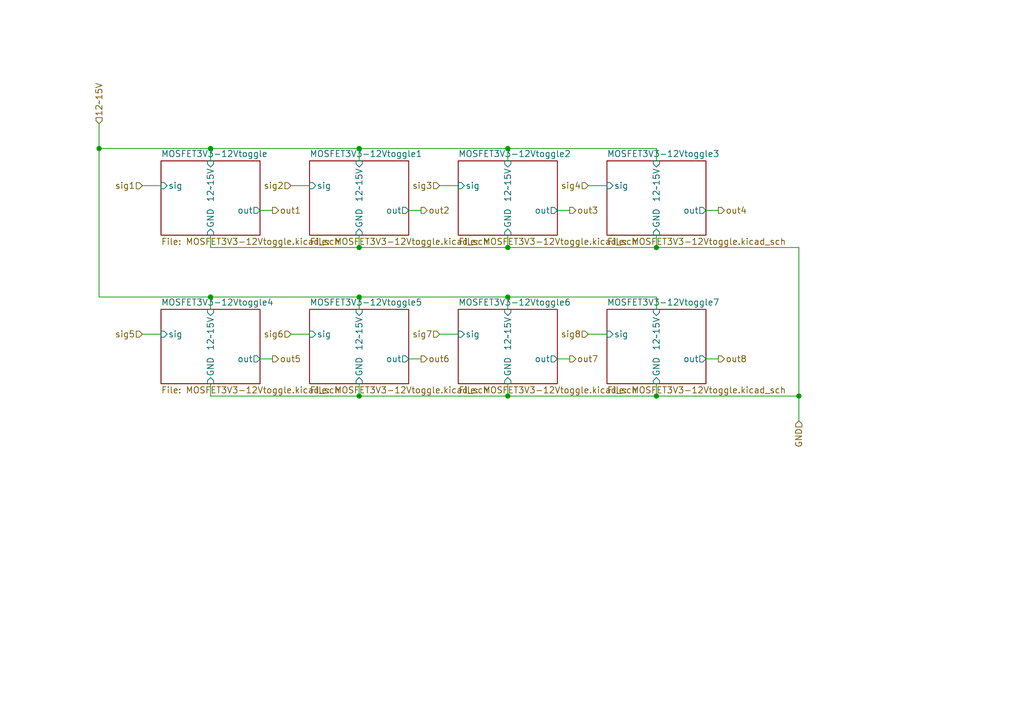
<source format=kicad_sch>
(kicad_sch
	(version 20250114)
	(generator "eeschema")
	(generator_version "9.0")
	(uuid "9eef862a-444f-4dbc-8d80-ce66d289ff4a")
	(paper "A5")
	(lib_symbols)
	(junction
		(at 73.66 81.28)
		(diameter 0)
		(color 0 0 0 0)
		(uuid "1936b67b-2308-471c-a032-bf99f28c62ad")
	)
	(junction
		(at 104.14 50.8)
		(diameter 0)
		(color 0 0 0 0)
		(uuid "1b5f6abd-f71d-40c8-a18a-3d06ff4afd53")
	)
	(junction
		(at 104.14 30.48)
		(diameter 0)
		(color 0 0 0 0)
		(uuid "2627ab99-c5a5-4ab7-8edd-5c97d614bfbc")
	)
	(junction
		(at 43.18 30.48)
		(diameter 0)
		(color 0 0 0 0)
		(uuid "387c610d-31b2-4e91-9699-4c7c4da80501")
	)
	(junction
		(at 134.62 81.28)
		(diameter 0)
		(color 0 0 0 0)
		(uuid "63f7ce11-7d84-49d1-9174-2641d33c0931")
	)
	(junction
		(at 104.14 81.28)
		(diameter 0)
		(color 0 0 0 0)
		(uuid "64f43766-5ed8-40a0-ad1d-def75b9a758b")
	)
	(junction
		(at 73.66 50.8)
		(diameter 0)
		(color 0 0 0 0)
		(uuid "6622d383-ca36-4b6b-addb-aa01bc0794c3")
	)
	(junction
		(at 43.18 60.96)
		(diameter 0)
		(color 0 0 0 0)
		(uuid "759973f7-5c00-4bea-a437-9c78e6a42661")
	)
	(junction
		(at 134.62 50.8)
		(diameter 0)
		(color 0 0 0 0)
		(uuid "83d14210-c7bf-4da6-ab2b-e47cdb4671b5")
	)
	(junction
		(at 73.66 60.96)
		(diameter 0)
		(color 0 0 0 0)
		(uuid "995320b4-9ff9-4451-99f6-09d5fa6c8972")
	)
	(junction
		(at 104.14 60.96)
		(diameter 0)
		(color 0 0 0 0)
		(uuid "a7cff0e3-814c-4345-b0b9-e1b76dd34f3b")
	)
	(junction
		(at 163.83 81.28)
		(diameter 0)
		(color 0 0 0 0)
		(uuid "c48e2463-4854-4b48-9849-8f28566f439e")
	)
	(junction
		(at 20.32 30.48)
		(diameter 0)
		(color 0 0 0 0)
		(uuid "d70dc51e-0cb8-45b6-86c3-daa82fd6f231")
	)
	(junction
		(at 73.66 30.48)
		(diameter 0)
		(color 0 0 0 0)
		(uuid "d8ad86e2-fadb-4f58-9d11-8f5b6bd46b48")
	)
	(wire
		(pts
			(xy 43.18 48.26) (xy 43.18 50.8)
		)
		(stroke
			(width 0)
			(type default)
		)
		(uuid "05643cbd-e169-46e5-88be-fe664c94c7c7")
	)
	(wire
		(pts
			(xy 43.18 30.48) (xy 43.18 33.02)
		)
		(stroke
			(width 0)
			(type default)
		)
		(uuid "06f63556-65b7-4197-b086-fe6b14aba1d2")
	)
	(wire
		(pts
			(xy 73.66 30.48) (xy 104.14 30.48)
		)
		(stroke
			(width 0)
			(type default)
		)
		(uuid "0caaa65a-f96b-4838-95be-15a16c5a65e7")
	)
	(wire
		(pts
			(xy 20.32 60.96) (xy 43.18 60.96)
		)
		(stroke
			(width 0)
			(type default)
		)
		(uuid "0dfcb803-d163-47ca-b0a1-4288921e06fa")
	)
	(wire
		(pts
			(xy 104.14 50.8) (xy 134.62 50.8)
		)
		(stroke
			(width 0)
			(type default)
		)
		(uuid "0ede1484-9fd7-430c-8bf1-27232b90c571")
	)
	(wire
		(pts
			(xy 43.18 60.96) (xy 73.66 60.96)
		)
		(stroke
			(width 0)
			(type default)
		)
		(uuid "1a421c4b-2c82-435b-bb7b-583dbbaf5428")
	)
	(wire
		(pts
			(xy 116.84 43.18) (xy 114.3 43.18)
		)
		(stroke
			(width 0)
			(type default)
		)
		(uuid "1a614878-a923-4863-82ed-943e6fbc214f")
	)
	(wire
		(pts
			(xy 134.62 78.74) (xy 134.62 81.28)
		)
		(stroke
			(width 0)
			(type default)
		)
		(uuid "1e08edf9-ca22-45d5-9bde-3c7034fb4cbf")
	)
	(wire
		(pts
			(xy 134.62 30.48) (xy 134.62 33.02)
		)
		(stroke
			(width 0)
			(type default)
		)
		(uuid "1fa0c3e8-b090-496a-907a-14c93efef9a9")
	)
	(wire
		(pts
			(xy 29.21 38.1) (xy 33.02 38.1)
		)
		(stroke
			(width 0)
			(type default)
		)
		(uuid "2a44de68-eb61-4fcc-a1db-3a4c61c90694")
	)
	(wire
		(pts
			(xy 43.18 78.74) (xy 43.18 81.28)
		)
		(stroke
			(width 0)
			(type default)
		)
		(uuid "38b1f951-c0c3-4771-8af2-f3f88d8772b5")
	)
	(wire
		(pts
			(xy 120.65 38.1) (xy 124.46 38.1)
		)
		(stroke
			(width 0)
			(type default)
		)
		(uuid "3bc384de-710c-4e6d-99fa-c76dfc440429")
	)
	(wire
		(pts
			(xy 29.21 68.58) (xy 33.02 68.58)
		)
		(stroke
			(width 0)
			(type default)
		)
		(uuid "40607acb-a498-4488-84fd-647a961d1630")
	)
	(wire
		(pts
			(xy 20.32 25.4) (xy 20.32 30.48)
		)
		(stroke
			(width 0)
			(type default)
		)
		(uuid "479ed56c-e088-4084-92bc-d351b7f933b5")
	)
	(wire
		(pts
			(xy 147.32 73.66) (xy 144.78 73.66)
		)
		(stroke
			(width 0)
			(type default)
		)
		(uuid "4cea8b4f-70f4-4c87-9ccb-d1da66c3dc04")
	)
	(wire
		(pts
			(xy 43.18 30.48) (xy 73.66 30.48)
		)
		(stroke
			(width 0)
			(type default)
		)
		(uuid "58b817ea-33cb-44e4-87d9-40bb798bfd39")
	)
	(wire
		(pts
			(xy 86.36 43.18) (xy 83.82 43.18)
		)
		(stroke
			(width 0)
			(type default)
		)
		(uuid "60819b67-e680-438f-be63-97d9b9bdc62a")
	)
	(wire
		(pts
			(xy 163.83 50.8) (xy 134.62 50.8)
		)
		(stroke
			(width 0)
			(type default)
		)
		(uuid "61530c21-bb8d-4c35-9ff5-ec0a38a9e8dc")
	)
	(wire
		(pts
			(xy 73.66 60.96) (xy 73.66 63.5)
		)
		(stroke
			(width 0)
			(type default)
		)
		(uuid "6498708e-971f-4fa3-9814-a5df650697e9")
	)
	(wire
		(pts
			(xy 163.83 81.28) (xy 163.83 86.36)
		)
		(stroke
			(width 0)
			(type default)
		)
		(uuid "661af70c-6155-4448-a0c4-fa8a96bab1d0")
	)
	(wire
		(pts
			(xy 20.32 30.48) (xy 43.18 30.48)
		)
		(stroke
			(width 0)
			(type default)
		)
		(uuid "703ad210-8172-4800-8429-20f7c502088c")
	)
	(wire
		(pts
			(xy 163.83 50.8) (xy 163.83 81.28)
		)
		(stroke
			(width 0)
			(type default)
		)
		(uuid "7326c6a7-ef06-4f9f-99a8-b3d4659abcd9")
	)
	(wire
		(pts
			(xy 73.66 81.28) (xy 73.66 78.74)
		)
		(stroke
			(width 0)
			(type default)
		)
		(uuid "74e002e2-a596-4056-8ee1-34c136ae43bf")
	)
	(wire
		(pts
			(xy 59.69 68.58) (xy 63.5 68.58)
		)
		(stroke
			(width 0)
			(type default)
		)
		(uuid "7d6f330e-1fdc-4752-947c-73142b4ab990")
	)
	(wire
		(pts
			(xy 104.14 81.28) (xy 104.14 78.74)
		)
		(stroke
			(width 0)
			(type default)
		)
		(uuid "8bd9219e-ec3b-49ce-b7f5-92026de67772")
	)
	(wire
		(pts
			(xy 90.17 68.58) (xy 93.98 68.58)
		)
		(stroke
			(width 0)
			(type default)
		)
		(uuid "8e30db44-a39b-4085-828b-7a2c27647c64")
	)
	(wire
		(pts
			(xy 104.14 81.28) (xy 134.62 81.28)
		)
		(stroke
			(width 0)
			(type default)
		)
		(uuid "9249efbc-855e-4c02-8441-cfc87b32f993")
	)
	(wire
		(pts
			(xy 73.66 81.28) (xy 104.14 81.28)
		)
		(stroke
			(width 0)
			(type default)
		)
		(uuid "a07818aa-6d36-4bb5-927c-a1c21a1bc05f")
	)
	(wire
		(pts
			(xy 59.69 38.1) (xy 63.5 38.1)
		)
		(stroke
			(width 0)
			(type default)
		)
		(uuid "a1fc84b0-a1d0-44da-8502-a28720727aad")
	)
	(wire
		(pts
			(xy 134.62 48.26) (xy 134.62 50.8)
		)
		(stroke
			(width 0)
			(type default)
		)
		(uuid "a554a86a-be99-4129-a3d6-b785db11621d")
	)
	(wire
		(pts
			(xy 104.14 30.48) (xy 104.14 33.02)
		)
		(stroke
			(width 0)
			(type default)
		)
		(uuid "afd71910-d483-48ea-b75c-cc57b6b50149")
	)
	(wire
		(pts
			(xy 86.36 73.66) (xy 83.82 73.66)
		)
		(stroke
			(width 0)
			(type default)
		)
		(uuid "b42d1ceb-04e8-4488-a705-460e317efe36")
	)
	(wire
		(pts
			(xy 55.88 73.66) (xy 53.34 73.66)
		)
		(stroke
			(width 0)
			(type default)
		)
		(uuid "b5db9fca-da5d-416d-af6e-52153dfeed86")
	)
	(wire
		(pts
			(xy 73.66 50.8) (xy 73.66 48.26)
		)
		(stroke
			(width 0)
			(type default)
		)
		(uuid "bc2b44dc-d2fb-408d-a352-ea754fe404d1")
	)
	(wire
		(pts
			(xy 104.14 30.48) (xy 134.62 30.48)
		)
		(stroke
			(width 0)
			(type default)
		)
		(uuid "c22d92fe-aa53-4835-9c13-6630977799ee")
	)
	(wire
		(pts
			(xy 90.17 38.1) (xy 93.98 38.1)
		)
		(stroke
			(width 0)
			(type default)
		)
		(uuid "c8058a69-5936-479c-a7de-d4102d052d57")
	)
	(wire
		(pts
			(xy 20.32 30.48) (xy 20.32 60.96)
		)
		(stroke
			(width 0)
			(type default)
		)
		(uuid "ca543f2d-97d9-43a6-b17b-4a941727d138")
	)
	(wire
		(pts
			(xy 73.66 30.48) (xy 73.66 33.02)
		)
		(stroke
			(width 0)
			(type default)
		)
		(uuid "cc999d67-8172-4b71-9501-7d6b90baf891")
	)
	(wire
		(pts
			(xy 73.66 60.96) (xy 104.14 60.96)
		)
		(stroke
			(width 0)
			(type default)
		)
		(uuid "ccfe9ed1-ac24-4815-8ced-3acf06dec351")
	)
	(wire
		(pts
			(xy 55.88 43.18) (xy 53.34 43.18)
		)
		(stroke
			(width 0)
			(type default)
		)
		(uuid "cd15f79e-6931-43cf-9d42-af8862decadb")
	)
	(wire
		(pts
			(xy 116.84 73.66) (xy 114.3 73.66)
		)
		(stroke
			(width 0)
			(type default)
		)
		(uuid "ce3963f6-530f-4539-ba69-1311f0c657da")
	)
	(wire
		(pts
			(xy 73.66 50.8) (xy 104.14 50.8)
		)
		(stroke
			(width 0)
			(type default)
		)
		(uuid "dbe7abd6-c25d-4d7f-996e-8e703aeb233b")
	)
	(wire
		(pts
			(xy 147.32 43.18) (xy 144.78 43.18)
		)
		(stroke
			(width 0)
			(type default)
		)
		(uuid "ddacc20c-0781-4fe1-b98e-03d6626ec965")
	)
	(wire
		(pts
			(xy 134.62 81.28) (xy 163.83 81.28)
		)
		(stroke
			(width 0)
			(type default)
		)
		(uuid "e00a019f-95c0-4c52-90a7-3df07ef2a278")
	)
	(wire
		(pts
			(xy 43.18 81.28) (xy 73.66 81.28)
		)
		(stroke
			(width 0)
			(type default)
		)
		(uuid "e5b1356f-d28e-4d62-8edc-f03a998f6efb")
	)
	(wire
		(pts
			(xy 73.66 50.8) (xy 43.18 50.8)
		)
		(stroke
			(width 0)
			(type default)
		)
		(uuid "e9cb150d-5709-4694-8464-0478ce21fb56")
	)
	(wire
		(pts
			(xy 43.18 60.96) (xy 43.18 63.5)
		)
		(stroke
			(width 0)
			(type default)
		)
		(uuid "e9ccaff4-94f5-4a6c-ba31-c2ade8863035")
	)
	(wire
		(pts
			(xy 104.14 60.96) (xy 134.62 60.96)
		)
		(stroke
			(width 0)
			(type default)
		)
		(uuid "ede742be-0011-4caf-847a-899bde95c394")
	)
	(wire
		(pts
			(xy 134.62 60.96) (xy 134.62 63.5)
		)
		(stroke
			(width 0)
			(type default)
		)
		(uuid "f2a8f73d-81af-4a4c-98c8-eafd01d82804")
	)
	(wire
		(pts
			(xy 104.14 60.96) (xy 104.14 63.5)
		)
		(stroke
			(width 0)
			(type default)
		)
		(uuid "f52f7121-d1f3-474c-ba7e-2f7a1d98fc65")
	)
	(wire
		(pts
			(xy 104.14 50.8) (xy 104.14 48.26)
		)
		(stroke
			(width 0)
			(type default)
		)
		(uuid "f6148c93-9ade-4867-bf76-57c35ebb6bc2")
	)
	(wire
		(pts
			(xy 120.65 68.58) (xy 124.46 68.58)
		)
		(stroke
			(width 0)
			(type default)
		)
		(uuid "ffbc5f91-31cf-48d0-bf2e-61a04d8f3fb8")
	)
	(hierarchical_label "sig2"
		(shape input)
		(at 59.69 38.1 180)
		(effects
			(font
				(size 1.27 1.27)
			)
			(justify right)
		)
		(uuid "0b937c4b-e7d5-4176-9bc5-a70e77577d4c")
	)
	(hierarchical_label "12~15V"
		(shape input)
		(at 20.32 25.4 90)
		(effects
			(font
				(size 1.27 1.27)
			)
			(justify left)
		)
		(uuid "0c556e98-1424-46e8-a600-6c0969d10677")
	)
	(hierarchical_label "out4"
		(shape output)
		(at 147.32 43.18 0)
		(effects
			(font
				(size 1.27 1.27)
			)
			(justify left)
		)
		(uuid "0e1b335f-7436-4f64-a5f4-e0c3c6e4850d")
	)
	(hierarchical_label "sig1"
		(shape input)
		(at 29.21 38.1 180)
		(effects
			(font
				(size 1.27 1.27)
			)
			(justify right)
		)
		(uuid "2532920e-2f04-4940-93e4-5291a924001b")
	)
	(hierarchical_label "out2"
		(shape output)
		(at 86.36 43.18 0)
		(effects
			(font
				(size 1.27 1.27)
			)
			(justify left)
		)
		(uuid "4bc88e83-6e66-4a65-9d94-e6e1cd325715")
	)
	(hierarchical_label "sig3"
		(shape input)
		(at 90.17 38.1 180)
		(effects
			(font
				(size 1.27 1.27)
			)
			(justify right)
		)
		(uuid "532ea479-0c1e-40da-b10c-8b730c873c8e")
	)
	(hierarchical_label "sig6"
		(shape input)
		(at 59.69 68.58 180)
		(effects
			(font
				(size 1.27 1.27)
			)
			(justify right)
		)
		(uuid "5f5e0838-21ed-47e0-bf5b-75d190386b19")
	)
	(hierarchical_label "GND"
		(shape input)
		(at 163.83 86.36 270)
		(effects
			(font
				(size 1.27 1.27)
			)
			(justify right)
		)
		(uuid "6acfe502-52cb-4222-a91e-333d97149f84")
	)
	(hierarchical_label "sig7"
		(shape input)
		(at 90.17 68.58 180)
		(effects
			(font
				(size 1.27 1.27)
			)
			(justify right)
		)
		(uuid "6bcd2425-4b90-4081-bc8a-bba5398be913")
	)
	(hierarchical_label "sig8"
		(shape input)
		(at 120.65 68.58 180)
		(effects
			(font
				(size 1.27 1.27)
			)
			(justify right)
		)
		(uuid "7492f932-77c3-46d2-82d6-20174141408e")
	)
	(hierarchical_label "out7"
		(shape output)
		(at 116.84 73.66 0)
		(effects
			(font
				(size 1.27 1.27)
			)
			(justify left)
		)
		(uuid "77412f2a-14cc-48eb-b79a-f5a6fb48f2d9")
	)
	(hierarchical_label "sig5"
		(shape input)
		(at 29.21 68.58 180)
		(effects
			(font
				(size 1.27 1.27)
			)
			(justify right)
		)
		(uuid "838dcd32-55d7-4d56-a299-b0e6f9a9cf67")
	)
	(hierarchical_label "out3"
		(shape output)
		(at 116.84 43.18 0)
		(effects
			(font
				(size 1.27 1.27)
			)
			(justify left)
		)
		(uuid "8f2c6777-238c-45ab-88af-368fa11abb9f")
	)
	(hierarchical_label "out6"
		(shape output)
		(at 86.36 73.66 0)
		(effects
			(font
				(size 1.27 1.27)
			)
			(justify left)
		)
		(uuid "92d9df6f-d55f-4c39-a55d-9e6039e9adbf")
	)
	(hierarchical_label "out5"
		(shape output)
		(at 55.88 73.66 0)
		(effects
			(font
				(size 1.27 1.27)
			)
			(justify left)
		)
		(uuid "b30c004d-929f-4743-be84-4c4d07fdc0c9")
	)
	(hierarchical_label "out1"
		(shape output)
		(at 55.88 43.18 0)
		(effects
			(font
				(size 1.27 1.27)
			)
			(justify left)
		)
		(uuid "c63b33a6-eb06-4867-b21d-13ac14286449")
	)
	(hierarchical_label "out8"
		(shape output)
		(at 147.32 73.66 0)
		(effects
			(font
				(size 1.27 1.27)
			)
			(justify left)
		)
		(uuid "d5911357-53ed-4af3-99a5-89f8e47889cf")
	)
	(hierarchical_label "sig4"
		(shape input)
		(at 120.65 38.1 180)
		(effects
			(font
				(size 1.27 1.27)
			)
			(justify right)
		)
		(uuid "df1c351f-5f8b-47a2-a8ea-3a8630a721d0")
	)
	(sheet
		(at 93.98 63.5)
		(size 20.32 15.24)
		(exclude_from_sim no)
		(in_bom yes)
		(on_board yes)
		(dnp no)
		(fields_autoplaced yes)
		(stroke
			(width 0.1524)
			(type solid)
		)
		(fill
			(color 0 0 0 0.0000)
		)
		(uuid "23ef2589-fd14-4891-8781-15eab96504bf")
		(property "Sheetname" "MOSFET3V3-12Vtoggle6"
			(at 93.98 62.7884 0)
			(effects
				(font
					(size 1.27 1.27)
				)
				(justify left bottom)
			)
		)
		(property "Sheetfile" "MOSFET3V3-12Vtoggle.kicad_sch"
			(at 93.98 79.3246 0)
			(effects
				(font
					(size 1.27 1.27)
				)
				(justify left top)
			)
		)
		(pin "12~15V" input
			(at 104.14 63.5 90)
			(uuid "b26ea751-65e0-4578-8d77-4ff70685931d")
			(effects
				(font
					(size 1.27 1.27)
				)
				(justify right)
			)
		)
		(pin "out" output
			(at 114.3 73.66 0)
			(uuid "8968ff1e-8fb0-4b33-beeb-0a083dd81ed9")
			(effects
				(font
					(size 1.27 1.27)
				)
				(justify right)
			)
		)
		(pin "sig" input
			(at 93.98 68.58 180)
			(uuid "c1605b0a-8553-46f6-a18b-d49dca78dda0")
			(effects
				(font
					(size 1.27 1.27)
				)
				(justify left)
			)
		)
		(pin "GND" input
			(at 104.14 78.74 270)
			(uuid "3026ffcf-09b1-4f95-a11c-484e7aa32331")
			(effects
				(font
					(size 1.27 1.27)
				)
				(justify left)
			)
		)
		(instances
			(project "DigitalWiFiClock"
				(path "/b3bafb94-2eb7-484c-9ca5-51c3e489edfe/eb9cee19-6136-4366-a331-5a697b75b6f3"
					(page "19")
				)
				(path "/b3bafb94-2eb7-484c-9ca5-51c3e489edfe/ad953d8d-289c-4c75-9d5b-19e4ea20be5a"
					(page "28")
				)
			)
		)
	)
	(sheet
		(at 33.02 33.02)
		(size 20.32 15.24)
		(exclude_from_sim no)
		(in_bom yes)
		(on_board yes)
		(dnp no)
		(fields_autoplaced yes)
		(stroke
			(width 0.1524)
			(type solid)
		)
		(fill
			(color 0 0 0 0.0000)
		)
		(uuid "372aff7d-81c7-4683-a2ac-fdfd3376a7f3")
		(property "Sheetname" "MOSFET3V3-12Vtoggle"
			(at 33.02 32.3084 0)
			(effects
				(font
					(size 1.27 1.27)
				)
				(justify left bottom)
			)
		)
		(property "Sheetfile" "MOSFET3V3-12Vtoggle.kicad_sch"
			(at 33.02 48.8446 0)
			(effects
				(font
					(size 1.27 1.27)
				)
				(justify left top)
			)
		)
		(pin "12~15V" input
			(at 43.18 33.02 90)
			(uuid "57619552-7cee-47f6-afa8-65487a2c78fc")
			(effects
				(font
					(size 1.27 1.27)
				)
				(justify right)
			)
		)
		(pin "out" output
			(at 53.34 43.18 0)
			(uuid "6b35b281-3141-4073-9415-28ed4e9cc4f4")
			(effects
				(font
					(size 1.27 1.27)
				)
				(justify right)
			)
		)
		(pin "sig" input
			(at 33.02 38.1 180)
			(uuid "939a880f-9789-4ee7-a26f-2174359e3cda")
			(effects
				(font
					(size 1.27 1.27)
				)
				(justify left)
			)
		)
		(pin "GND" input
			(at 43.18 48.26 270)
			(uuid "1c43de31-aabb-411d-80aa-90bd1cda19ad")
			(effects
				(font
					(size 1.27 1.27)
				)
				(justify left)
			)
		)
		(instances
			(project "DigitalWiFiClock"
				(path "/b3bafb94-2eb7-484c-9ca5-51c3e489edfe/eb9cee19-6136-4366-a331-5a697b75b6f3"
					(page "13")
				)
				(path "/b3bafb94-2eb7-484c-9ca5-51c3e489edfe/ad953d8d-289c-4c75-9d5b-19e4ea20be5a"
					(page "22")
				)
			)
		)
	)
	(sheet
		(at 93.98 33.02)
		(size 20.32 15.24)
		(exclude_from_sim no)
		(in_bom yes)
		(on_board yes)
		(dnp no)
		(fields_autoplaced yes)
		(stroke
			(width 0.1524)
			(type solid)
		)
		(fill
			(color 0 0 0 0.0000)
		)
		(uuid "3cadf683-0501-40b3-b5cc-f76f306c5ee1")
		(property "Sheetname" "MOSFET3V3-12Vtoggle2"
			(at 93.98 32.3084 0)
			(effects
				(font
					(size 1.27 1.27)
				)
				(justify left bottom)
			)
		)
		(property "Sheetfile" "MOSFET3V3-12Vtoggle.kicad_sch"
			(at 93.98 48.8446 0)
			(effects
				(font
					(size 1.27 1.27)
				)
				(justify left top)
			)
		)
		(pin "12~15V" input
			(at 104.14 33.02 90)
			(uuid "da3ed1e9-8c4a-4134-a548-aabb9c1d8f40")
			(effects
				(font
					(size 1.27 1.27)
				)
				(justify right)
			)
		)
		(pin "out" output
			(at 114.3 43.18 0)
			(uuid "4e8b07c7-3e53-4952-b603-4b7cc1bb8329")
			(effects
				(font
					(size 1.27 1.27)
				)
				(justify right)
			)
		)
		(pin "sig" input
			(at 93.98 38.1 180)
			(uuid "36a992a2-b4cb-405a-95e6-da84ad9e9281")
			(effects
				(font
					(size 1.27 1.27)
				)
				(justify left)
			)
		)
		(pin "GND" input
			(at 104.14 48.26 270)
			(uuid "f552dac0-243d-4d81-96e7-299dbdf20656")
			(effects
				(font
					(size 1.27 1.27)
				)
				(justify left)
			)
		)
		(instances
			(project "DigitalWiFiClock"
				(path "/b3bafb94-2eb7-484c-9ca5-51c3e489edfe/eb9cee19-6136-4366-a331-5a697b75b6f3"
					(page "16")
				)
				(path "/b3bafb94-2eb7-484c-9ca5-51c3e489edfe/ad953d8d-289c-4c75-9d5b-19e4ea20be5a"
					(page "26")
				)
			)
		)
	)
	(sheet
		(at 124.46 33.02)
		(size 20.32 15.24)
		(exclude_from_sim no)
		(in_bom yes)
		(on_board yes)
		(dnp no)
		(fields_autoplaced yes)
		(stroke
			(width 0.1524)
			(type solid)
		)
		(fill
			(color 0 0 0 0.0000)
		)
		(uuid "45465640-6b72-4167-baa6-faa528b0c762")
		(property "Sheetname" "MOSFET3V3-12Vtoggle3"
			(at 124.46 32.3084 0)
			(effects
				(font
					(size 1.27 1.27)
				)
				(justify left bottom)
			)
		)
		(property "Sheetfile" "MOSFET3V3-12Vtoggle.kicad_sch"
			(at 124.46 48.8446 0)
			(effects
				(font
					(size 1.27 1.27)
				)
				(justify left top)
			)
		)
		(pin "12~15V" input
			(at 134.62 33.02 90)
			(uuid "3054d75b-4230-4b93-b2bb-46e0ec4f54fa")
			(effects
				(font
					(size 1.27 1.27)
				)
				(justify right)
			)
		)
		(pin "out" output
			(at 144.78 43.18 0)
			(uuid "3bea4e5b-5438-4794-b429-4c36ac51d940")
			(effects
				(font
					(size 1.27 1.27)
				)
				(justify right)
			)
		)
		(pin "sig" input
			(at 124.46 38.1 180)
			(uuid "e5cbfe72-e1f2-4359-a5c1-bcd6504a26ac")
			(effects
				(font
					(size 1.27 1.27)
				)
				(justify left)
			)
		)
		(pin "GND" input
			(at 134.62 48.26 270)
			(uuid "0690c8f1-b256-4572-a495-097e13505cad")
			(effects
				(font
					(size 1.27 1.27)
				)
				(justify left)
			)
		)
		(instances
			(project "DigitalWiFiClock"
				(path "/b3bafb94-2eb7-484c-9ca5-51c3e489edfe/eb9cee19-6136-4366-a331-5a697b75b6f3"
					(page "17")
				)
				(path "/b3bafb94-2eb7-484c-9ca5-51c3e489edfe/ad953d8d-289c-4c75-9d5b-19e4ea20be5a"
					(page "27")
				)
			)
		)
	)
	(sheet
		(at 63.5 33.02)
		(size 20.32 15.24)
		(exclude_from_sim no)
		(in_bom yes)
		(on_board yes)
		(dnp no)
		(fields_autoplaced yes)
		(stroke
			(width 0.1524)
			(type solid)
		)
		(fill
			(color 0 0 0 0.0000)
		)
		(uuid "7ec6a942-2ed5-41c7-b4db-6bc2ee8f91c6")
		(property "Sheetname" "MOSFET3V3-12Vtoggle1"
			(at 63.5 32.3084 0)
			(effects
				(font
					(size 1.27 1.27)
				)
				(justify left bottom)
			)
		)
		(property "Sheetfile" "MOSFET3V3-12Vtoggle.kicad_sch"
			(at 63.5 48.8446 0)
			(effects
				(font
					(size 1.27 1.27)
				)
				(justify left top)
			)
		)
		(pin "12~15V" input
			(at 73.66 33.02 90)
			(uuid "3937a9d9-8aaa-4dea-9b39-7916d7984158")
			(effects
				(font
					(size 1.27 1.27)
				)
				(justify right)
			)
		)
		(pin "out" output
			(at 83.82 43.18 0)
			(uuid "582c5eed-bcca-4b97-bfd1-43be03a1ed8b")
			(effects
				(font
					(size 1.27 1.27)
				)
				(justify right)
			)
		)
		(pin "sig" input
			(at 63.5 38.1 180)
			(uuid "5eccbb1b-5c9a-40f9-ac9b-76b953661a53")
			(effects
				(font
					(size 1.27 1.27)
				)
				(justify left)
			)
		)
		(pin "GND" input
			(at 73.66 48.26 270)
			(uuid "d96c85a4-3ffb-4c7d-b91c-e02bbf62e6da")
			(effects
				(font
					(size 1.27 1.27)
				)
				(justify left)
			)
		)
		(instances
			(project "DigitalWiFiClock"
				(path "/b3bafb94-2eb7-484c-9ca5-51c3e489edfe/eb9cee19-6136-4366-a331-5a697b75b6f3"
					(page "14")
				)
				(path "/b3bafb94-2eb7-484c-9ca5-51c3e489edfe/ad953d8d-289c-4c75-9d5b-19e4ea20be5a"
					(page "24")
				)
			)
		)
	)
	(sheet
		(at 124.46 63.5)
		(size 20.32 15.24)
		(exclude_from_sim no)
		(in_bom yes)
		(on_board yes)
		(dnp no)
		(fields_autoplaced yes)
		(stroke
			(width 0.1524)
			(type solid)
		)
		(fill
			(color 0 0 0 0.0000)
		)
		(uuid "8cfb95cd-7e1e-4fa2-8d89-a35d04d7a686")
		(property "Sheetname" "MOSFET3V3-12Vtoggle7"
			(at 124.46 62.7884 0)
			(effects
				(font
					(size 1.27 1.27)
				)
				(justify left bottom)
			)
		)
		(property "Sheetfile" "MOSFET3V3-12Vtoggle.kicad_sch"
			(at 124.46 79.3246 0)
			(effects
				(font
					(size 1.27 1.27)
				)
				(justify left top)
			)
		)
		(pin "12~15V" input
			(at 134.62 63.5 90)
			(uuid "fc987e17-9551-4394-a268-f6e33f18fd95")
			(effects
				(font
					(size 1.27 1.27)
				)
				(justify right)
			)
		)
		(pin "out" output
			(at 144.78 73.66 0)
			(uuid "0eb300eb-b115-41e3-8f04-ce73048216f6")
			(effects
				(font
					(size 1.27 1.27)
				)
				(justify right)
			)
		)
		(pin "sig" input
			(at 124.46 68.58 180)
			(uuid "32c79a8c-f3f2-4fb3-962d-4c8adbc9d095")
			(effects
				(font
					(size 1.27 1.27)
				)
				(justify left)
			)
		)
		(pin "GND" input
			(at 134.62 78.74 270)
			(uuid "71edc162-7d50-4da8-93af-81b489c9df50")
			(effects
				(font
					(size 1.27 1.27)
				)
				(justify left)
			)
		)
		(instances
			(project "DigitalWiFiClock"
				(path "/b3bafb94-2eb7-484c-9ca5-51c3e489edfe/eb9cee19-6136-4366-a331-5a697b75b6f3"
					(page "20")
				)
				(path "/b3bafb94-2eb7-484c-9ca5-51c3e489edfe/ad953d8d-289c-4c75-9d5b-19e4ea20be5a"
					(page "29")
				)
			)
		)
	)
	(sheet
		(at 63.5 63.5)
		(size 20.32 15.24)
		(exclude_from_sim no)
		(in_bom yes)
		(on_board yes)
		(dnp no)
		(fields_autoplaced yes)
		(stroke
			(width 0.1524)
			(type solid)
		)
		(fill
			(color 0 0 0 0.0000)
		)
		(uuid "d739fcbb-bd12-4e98-93dc-f415726b9f0e")
		(property "Sheetname" "MOSFET3V3-12Vtoggle5"
			(at 63.5 62.7884 0)
			(effects
				(font
					(size 1.27 1.27)
				)
				(justify left bottom)
			)
		)
		(property "Sheetfile" "MOSFET3V3-12Vtoggle.kicad_sch"
			(at 63.5 79.3246 0)
			(effects
				(font
					(size 1.27 1.27)
				)
				(justify left top)
			)
		)
		(pin "12~15V" input
			(at 73.66 63.5 90)
			(uuid "e7b221b3-5ee9-4031-b15b-7cf78c645317")
			(effects
				(font
					(size 1.27 1.27)
				)
				(justify right)
			)
		)
		(pin "out" output
			(at 83.82 73.66 0)
			(uuid "b796d3ad-0a6f-4bf5-9711-d199fc489228")
			(effects
				(font
					(size 1.27 1.27)
				)
				(justify right)
			)
		)
		(pin "sig" input
			(at 63.5 68.58 180)
			(uuid "6b7d7463-ad92-482d-bae1-82f5ba10223f")
			(effects
				(font
					(size 1.27 1.27)
				)
				(justify left)
			)
		)
		(pin "GND" input
			(at 73.66 78.74 270)
			(uuid "ffeade9f-1747-4cc0-a12a-4a4d629e4e07")
			(effects
				(font
					(size 1.27 1.27)
				)
				(justify left)
			)
		)
		(instances
			(project "DigitalWiFiClock"
				(path "/b3bafb94-2eb7-484c-9ca5-51c3e489edfe/eb9cee19-6136-4366-a331-5a697b75b6f3"
					(page "18")
				)
				(path "/b3bafb94-2eb7-484c-9ca5-51c3e489edfe/ad953d8d-289c-4c75-9d5b-19e4ea20be5a"
					(page "25")
				)
			)
		)
	)
	(sheet
		(at 33.02 63.5)
		(size 20.32 15.24)
		(exclude_from_sim no)
		(in_bom yes)
		(on_board yes)
		(dnp no)
		(fields_autoplaced yes)
		(stroke
			(width 0.1524)
			(type solid)
		)
		(fill
			(color 0 0 0 0.0000)
		)
		(uuid "f44b3806-e0da-4419-9220-29292d5f8c24")
		(property "Sheetname" "MOSFET3V3-12Vtoggle4"
			(at 33.02 62.7884 0)
			(effects
				(font
					(size 1.27 1.27)
				)
				(justify left bottom)
			)
		)
		(property "Sheetfile" "MOSFET3V3-12Vtoggle.kicad_sch"
			(at 33.02 79.3246 0)
			(effects
				(font
					(size 1.27 1.27)
				)
				(justify left top)
			)
		)
		(pin "12~15V" input
			(at 43.18 63.5 90)
			(uuid "7f83a4c8-001d-40ac-ae3a-9ec40a02c52f")
			(effects
				(font
					(size 1.27 1.27)
				)
				(justify right)
			)
		)
		(pin "out" output
			(at 53.34 73.66 0)
			(uuid "dc310417-6da4-4cca-b2a8-93afda6b04eb")
			(effects
				(font
					(size 1.27 1.27)
				)
				(justify right)
			)
		)
		(pin "sig" input
			(at 33.02 68.58 180)
			(uuid "368ad43a-ddc4-430c-b1d1-4c732a2deea7")
			(effects
				(font
					(size 1.27 1.27)
				)
				(justify left)
			)
		)
		(pin "GND" input
			(at 43.18 78.74 270)
			(uuid "6b5109da-bd5b-41c5-896c-7015e6e88d0e")
			(effects
				(font
					(size 1.27 1.27)
				)
				(justify left)
			)
		)
		(instances
			(project "DigitalWiFiClock"
				(path "/b3bafb94-2eb7-484c-9ca5-51c3e489edfe/eb9cee19-6136-4366-a331-5a697b75b6f3"
					(page "15")
				)
				(path "/b3bafb94-2eb7-484c-9ca5-51c3e489edfe/ad953d8d-289c-4c75-9d5b-19e4ea20be5a"
					(page "23")
				)
			)
		)
	)
)

</source>
